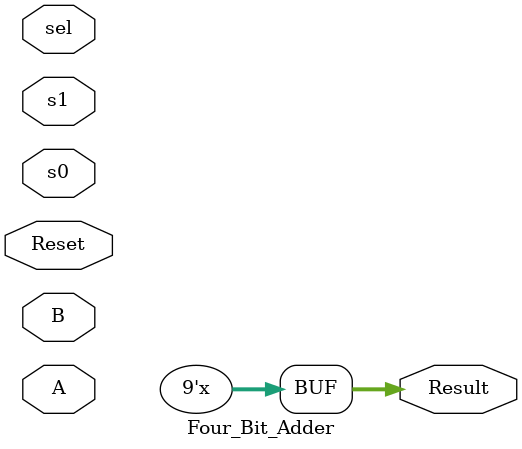
<source format=v>
module Four_Bit_Adder(A, B, s0, s1, Result, sel, Reset);

    output [8:0]Result;
    input [3:0]A,B;
    input Reset, s0, s1;
    input [1:0]sel;
    reg [7:0]TResult;
    reg [8:0]Result;
    reg temp;
    always @(*)
        begin
            if(Reset)   //if reset then Result = 0
                begin
                    TResult <= 8'b0;
                    temp <= 1'b0;
                end
            else
                begin
                    if(sel === 2'b0) // if selected
								begin  //start
									if(s0 && ~s1)   //if A is -ve
										begin
                                            if(A>B)  // if -A and A>B
                                                begin
                                                   TResult <= B - A;  // Do B - A and temp = 1
                                                   temp <= 1'b1;
                                                end
                                            else if(A<B) //if -A and A<B
                                                 begin
													TResult <= B - A;  // Do normal minus A-B
                                                    temp <= 1'b0;  //make temp = 0
                                                 end  // -A<B condition -> End  
                                             else if(A === B)
                                                begin
                                                    TResult <= B-A;
                                                    temp <= 1'b0;  
                                                end                                                                                                                                                                                                     
                                          end    // A is -ve condition -> End
                                                    
                            else if(~s0 && s1) //if B is -ve
                                begin  
                                    if(A>B)  // if -B and A>B
                                       begin
														TResult <= A - B;  // Do A - B and temp = 0
                                          temp <= 0;
                                       end
                                    else if(A<B) //if -A and A<B
                                       begin
                                          TResult <= A - B;  // Do A-B and temp = 1;
                                          temp <= 1'b1;
                                       end
                                    else if(A === B)
                                          begin
                                             TResult <= A-B;
                                             temp <= 1'b0;  
                                          end 
                                end   //if B -ve ends                                  
                                            
                             else if(s0 && s1)   //if -A and -B
                                begin
                                   TResult <= (-A) + (-B);   //add A + B;
                                   temp <= 1'b1;
                                end                                                    
                             else if(~s0 && ~s1)
                                begin
                                   TResult <= A + B;
                                   temp <= 1'b0;
                                end
								end  //end
							else  // if not selected
								begin
									TResult <= 8'b0;
									temp <= 1'b0;
								end
                end
            Result <= {temp, TResult};
        end
    
endmodule


</source>
